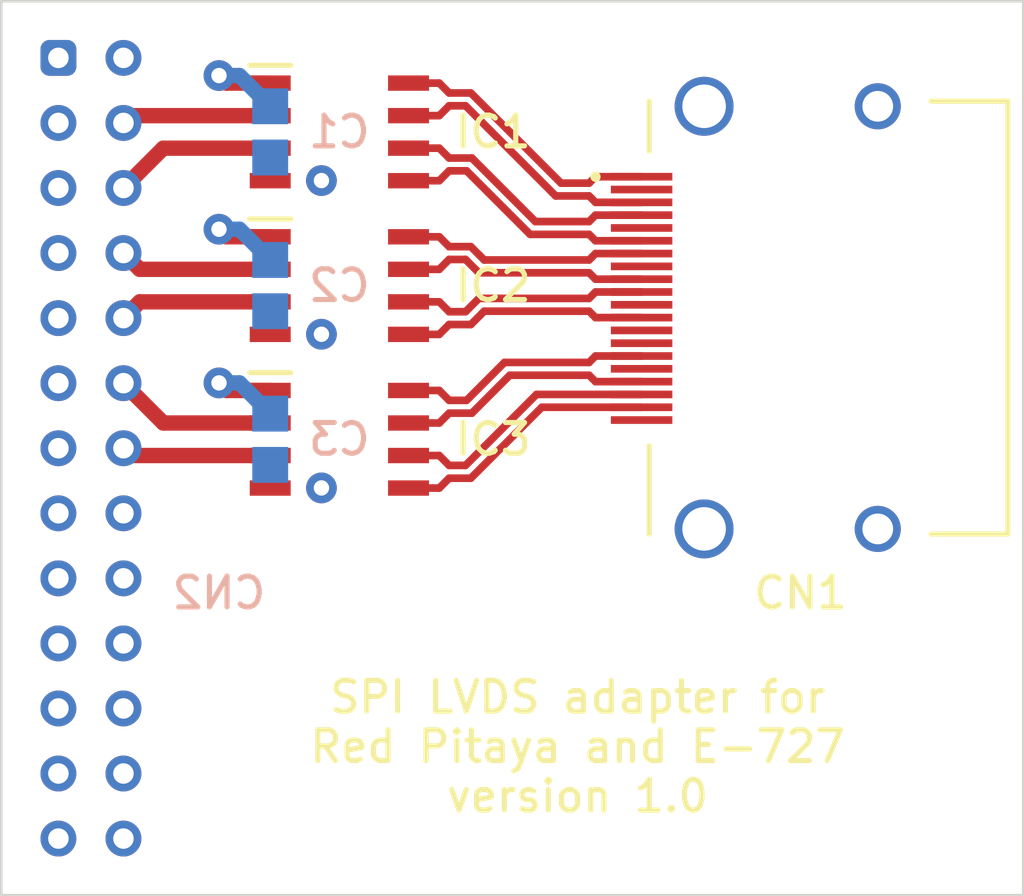
<source format=kicad_pcb>
(kicad_pcb (version 20211014) (generator pcbnew)
  (title_block (comment 4 "AISLER Project ID: MSPPDFRA"))
  (layers (0 "F.Cu" signal) (31 "B.Cu" signal) (34 "B.Paste" user) (35 "F.Paste" user) (36 "B.SilkS" user "B.Silkscreen") (37 "F.SilkS" user "F.Silkscreen") (38 "B.Mask" user) (39 "F.Mask" user) (44 "Edge.Cuts" user))
  (net 0 "")
  (net 1 "MOSI-")
  (net 2 "GND")
  (net 3 "MISO+")
  (net 4 "MISO-")
  (net 5 "SCLK+")
  (net 6 "SCLK-")
  (net 7 "MOSI+")
  (net 8 "DCLK-")
  (net 9 "DCLK+")
  (net 10 "LDAT-")
  (net 11 "LDAT+")
  (net 12 "CS-")
  (net 13 "CS+")
  (net 14 "LDAT")
  (net 15 "CS")
  (net 16 "DCLK")
  (net 17 "MISO")
  (net 18 "MOSI")
  (net 19 "SCLK")
  (net 20 "VCC")
  (footprint "footprints:47272" (layer "F.Cu") (at 153.7 98.25 90)
    (fp_text reference "CN1" (at -10.75 0 180) (layer "F.SilkS") (effects (font (size 1.2 1.2) (thickness 0.2))))
    (fp_text value "" (at 0 0 90) (layer "F.SilkS") (effects (font (size 1.27 1.27))))
    (fp_line (start -8.45 -5.9) (end -5 -5.9) (layer "F.SilkS") (width 0.2))
    (fp_line (start 8.45 8.1) (end 8.45 5.1) (layer "F.SilkS") (width 0.2))
    (fp_line (start 5.6 -8) (end 5.6 -8) (layer "F.SilkS") (width 0.2))
    (fp_line (start 5.4 -8) (end 5.4 -8) (layer "F.SilkS") (width 0.2))
    (fp_line (start -8.45 8.1) (end 8.45 8.1) (layer "F.SilkS") (width 0.2))
    (fp_line (start -8.45 5.1) (end -8.45 8.1) (layer "F.SilkS") (width 0.2))
    (fp_line (start 8.45 -5.9) (end 6.5 -5.9) (layer "F.SilkS") (width 0.2))
    (fp_arc (start 5.6 -8) (mid 5.5 -7.9) (end 5.4 -8) (layer "F.SilkS") (width 0.2))
    (fp_arc (start 5.4 -8) (mid 5.5 -8.1) (end 5.6 -8) (layer "F.SilkS") (width 0.2))
    (pad "" np_thru_hole circle (at 0 3.8 90) (size 1.5 1.5) (drill 1.5) (layers *.Cu *.Mask))
    (pad "1" smd rect (at 5.5 -6.2 90) (size 0.3 2.4) (layers "F.Cu" "F.Paste" "F.Mask") (net 5 "SCLK+"))
    (pad "2" smd rect (at 5 -6.2 90) (size 0.3 2.4) (layers "F.Cu" "F.Paste" "F.Mask") (net 2 "GND"))
    (pad "3" smd rect (at 4.5 -6.2 90) (size 0.3 2.4) (layers "F.Cu" "F.Paste" "F.Mask") (net 6 "SCLK-"))
    (pad "4" smd rect (at 4 -6.2 90) (size 0.3 2.4) (layers "F.Cu" "F.Paste" "F.Mask") (net 7 "MOSI+"))
    (pad "5" smd rect (at 3.5 -6.2 90) (size 0.3 2.4) (layers "F.Cu" "F.Paste" "F.Mask") (net 2 "GND"))
    (pad "6" smd rect (at 3 -6.2 90) (size 0.3 2.4) (layers "F.Cu" "F.Paste" "F.Mask") (net 1 "MOSI-"))
    (pad "7" smd rect (at 2.5 -6.2 90) (size 0.3 2.4) (layers "F.Cu" "F.Paste" "F.Mask") (net 3 "MISO+"))
    (pad "8" smd rect (at 2 -6.2 90) (size 0.3 2.4) (layers "F.Cu" "F.Paste" "F.Mask") (net 2 "GND"))
    (pad "9" smd rect (at 1.5 -6.2 90) (size 0.3 2.4) (layers "F.Cu" "F.Paste" "F.Mask") (net 4 "MISO-"))
    (pad "10" smd rect (at 1 -6.2 90) (size 0.3 2.4) (layers "F.Cu" "F.Paste" "F.Mask") (net 9 "DCLK+"))
    (pad "11" smd rect (at 0.5 -6.2 90) (size 0.3 2.4) (layers "F.Cu" "F.Paste" "F.Mask") (net 2 "GND"))
    (pad "12" smd rect (at 0 -6.2 90) (size 0.3 2.4) (layers "F.Cu" "F.Paste" "F.Mask") (net 8 "DCLK-"))
    (pad "13" smd rect (at -0.5 -6.2 90) (size 0.3 2.4) (layers "F.Cu" "F.Paste" "F.Mask") (net 2 "GND"))
    (pad "14" smd rect (at -1 -6.2 90) (size 0.3 2.4) (layers "F.Cu" "F.Paste" "F.Mask") (net 2 "GND"))
    (pad "15" smd rect (at -1.5 -6.2 90) (size 0.3 2.4) (layers "F.Cu" "F.Paste" "F.Mask") (net 13 "CS+"))
    (pad "16" smd rect (at -2 -6.2 90) (size 0.3 2.4) (layers "F.Cu" "F.Paste" "F.Mask") (net 2 "GND"))
    (pad "17" smd rect (at -2.5 -6.2 90) (size 0.3 2.4) (layers "F.Cu" "F.Paste" "F.Mask") (net 12 "CS-"))
    (pad "18" smd rect (at -3 -6.2 90) (size 0.3 2.4) (layers "F.Cu" "F.Paste" "F.Mask") (net 11 "LDAT+"))
    (pad "19" smd rect (at -3.5 -6.2 90) (size 0.3 2.4) (layers "F.Cu" "F.Paste" "F.Mask") (net 10 "LDAT-"))
    (pad "20" smd rect (at -4 -6.2 90) (size 0.3 2.4) (layers "F.Cu" "F.Paste" "F.Mask"))
    (pad "MH1" thru_hole circle (at -8.25 -3.76 90) (size 2.3 2.3) (drill 1.7) (layers *.Cu *.Mask))
    (pad "MH2" thru_hole circle (at -8.25 3.02 90) (size 1.8 1.8) (drill 1.2) (layers *.Cu *.Mask))
    (pad "MH3" thru_hole circle (at 8.25 3.02 90) (size 1.8 1.8) (drill 1.2) (layers *.Cu *.Mask))
    (pad "MH4" thru_hole circle (at 8.25 -3.76 90) (size 2.3 2.3) (drill 1.7) (layers *.Cu *.Mask))
  )
  (footprint "footprints:SOIC8" (layer "F.Cu") (at 135.7 97)
    (fp_text reference "IC2" (at 6 0) (layer "F.SilkS") (effects (font (size 1.2 1.2) (thickness 0.2))))
    (fp_text value "" (at 0 0) (layer "F.SilkS") (effects (font (size 1.27 1.27))))
    (fp_line (start -3.5 -2.6) (end -1.9 -2.6) (layer "F.SilkS") (width 0.2))
    (pad "1" smd rect locked (at -2.7 -1.905 90) (size 0.6 1.6) (layers "F.Cu" "F.Paste" "F.Mask") (net 20 "VCC"))
    (pad "2" smd rect locked (at -2.7 -0.635 90) (size 0.6 1.6) (layers "F.Cu" "F.Paste" "F.Mask") (net 17 "MISO"))
    (pad "3" smd rect locked (at -2.7 0.635 90) (size 0.6 1.6) (layers "F.Cu" "F.Paste" "F.Mask") (net 16 "DCLK"))
    (pad "4" smd rect locked (at -2.7 1.905 90) (size 0.6 1.6) (layers "F.Cu" "F.Paste" "F.Mask") (net 2 "GND"))
    (pad "5" smd rect locked (at 2.7 1.905 90) (size 0.6 1.6) (layers "F.Cu" "F.Paste" "F.Mask") (net 8 "DCLK-"))
    (pad "6" smd rect locked (at 2.7 0.635 90) (size 0.6 1.6) (layers "F.Cu" "F.Paste" "F.Mask") (net 9 "DCLK+"))
    (pad "7" smd rect locked (at 2.7 -0.635 90) (size 0.6 1.6) (layers "F.Cu" "F.Paste" "F.Mask") (net 4 "MISO-"))
    (pad "8" smd rect locked (at 2.7 -1.905 90) (size 0.6 1.6) (layers "F.Cu" "F.Paste" "F.Mask") (net 3 "MISO+"))
  )
  (footprint "footprints:SOIC8" (layer "F.Cu") (at 135.7 91)
    (fp_text reference "IC1" (at 6 0) (layer "F.SilkS") (effects (font (size 1.2 1.2) (thickness 0.2))))
    (fp_text value "" (at 0 0) (layer "F.SilkS") (effects (font (size 1.27 1.27))))
    (fp_line (start -3.5 -2.6) (end -1.9 -2.6) (layer "F.SilkS") (width 0.2))
    (pad "1" smd rect locked (at -2.7 -1.905 90) (size 0.6 1.6) (layers "F.Cu" "F.Paste" "F.Mask") (net 20 "VCC"))
    (pad "2" smd rect locked (at -2.7 -0.635 90) (size 0.6 1.6) (layers "F.Cu" "F.Paste" "F.Mask") (net 19 "SCLK"))
    (pad "3" smd rect locked (at -2.7 0.635 90) (size 0.6 1.6) (layers "F.Cu" "F.Paste" "F.Mask") (net 18 "MOSI"))
    (pad "4" smd rect locked (at -2.7 1.905 90) (size 0.6 1.6) (layers "F.Cu" "F.Paste" "F.Mask") (net 2 "GND"))
    (pad "5" smd rect locked (at 2.7 1.905 90) (size 0.6 1.6) (layers "F.Cu" "F.Paste" "F.Mask") (net 1 "MOSI-"))
    (pad "6" smd rect locked (at 2.7 0.635 90) (size 0.6 1.6) (layers "F.Cu" "F.Paste" "F.Mask") (net 7 "MOSI+"))
    (pad "7" smd rect locked (at 2.7 -0.635 90) (size 0.6 1.6) (layers "F.Cu" "F.Paste" "F.Mask") (net 6 "SCLK-"))
    (pad "8" smd rect locked (at 2.7 -1.905 90) (size 0.6 1.6) (layers "F.Cu" "F.Paste" "F.Mask") (net 5 "SCLK+"))
  )
  (footprint "footprints:SOIC8" (layer "F.Cu") (at 135.7 103)
    (fp_text reference "IC3" (at 6 0) (layer "F.SilkS") (effects (font (size 1.2 1.2) (thickness 0.2))))
    (fp_text value "" (at 0 0) (layer "F.SilkS") (effects (font (size 1.27 1.27))))
    (fp_line (start -3.5 -2.6) (end -1.9 -2.6) (layer "F.SilkS") (width 0.2))
    (pad "1" smd rect locked (at -2.7 -1.905 90) (size 0.6 1.6) (layers "F.Cu" "F.Paste" "F.Mask") (net 20 "VCC"))
    (pad "2" smd rect locked (at -2.7 -0.635 90) (size 0.6 1.6) (layers "F.Cu" "F.Paste" "F.Mask") (net 15 "CS"))
    (pad "3" smd rect locked (at -2.7 0.635 90) (size 0.6 1.6) (layers "F.Cu" "F.Paste" "F.Mask") (net 14 "LDAT"))
    (pad "4" smd rect locked (at -2.7 1.905 90) (size 0.6 1.6) (layers "F.Cu" "F.Paste" "F.Mask") (net 2 "GND"))
    (pad "5" smd rect locked (at 2.7 1.905 90) (size 0.6 1.6) (layers "F.Cu" "F.Paste" "F.Mask") (net 10 "LDAT-"))
    (pad "6" smd rect locked (at 2.7 0.635 90) (size 0.6 1.6) (layers "F.Cu" "F.Paste" "F.Mask") (net 11 "LDAT+"))
    (pad "7" smd rect locked (at 2.7 -0.635 90) (size 0.6 1.6) (layers "F.Cu" "F.Paste" "F.Mask") (net 12 "CS-"))
    (pad "8" smd rect locked (at 2.7 -1.905 90) (size 0.6 1.6) (layers "F.Cu" "F.Paste" "F.Mask") (net 13 "CS+"))
  )
  (footprint "footprints:0805" (layer "B.Cu") (at 133 103 -90)
    (fp_text reference "C3" (at 0 -2.7 180) (layer "B.SilkS") (effects (font (size 1.2 1.2) (thickness 0.2)) (justify mirror)))
    (fp_text value "" (at 0 0 90) (layer "B.SilkS") (effects (font (size 1.27 1.27)) (justify mirror)))
    (pad "1" smd rect locked (at -1 0 270) (size 1.4 1.4) (layers "B.Cu" "B.Paste" "B.Mask") (net 20 "VCC"))
    (pad "2" smd rect locked (at 1 0 270) (size 1.4 1.4) (layers "B.Cu" "B.Paste" "B.Mask") (net 2 "GND"))
  )
  (footprint "footprints:0805" (layer "B.Cu") (at 133 91 -90)
    (fp_text reference "C1" (at 0 -2.7 180) (layer "B.SilkS") (effects (font (size 1.2 1.2) (thickness 0.2)) (justify mirror)))
    (fp_text value "" (at 0 0 90) (layer "B.SilkS") (effects (font (size 1.27 1.27)) (justify mirror)))
    (pad "1" smd rect locked (at -1 0 270) (size 1.4 1.4) (layers "B.Cu" "B.Paste" "B.Mask") (net 20 "VCC"))
    (pad "2" smd rect locked (at 1 0 270) (size 1.4 1.4) (layers "B.Cu" "B.Paste" "B.Mask") (net 2 "GND"))
  )
  (footprint "footprints:2x13" (layer "B.Cu") (at 124.73 88.11 90)
    (fp_text reference "CN2" (at -20.89 6.27) (layer "B.SilkS") (effects (font (size 1.2 1.2) (thickness 0.2)) (justify mirror)))
    (fp_text value "" (at 0 0 270) (layer "B.SilkS") (effects (font (size 1.27 1.27)) (justify mirror)))
    (pad "1" thru_hole roundrect locked (at 0 0 90) (size 1.4 1.4) (drill 0.8) (layers *.Cu *.Mask) (net 20 "VCC"))
    (pad "2" thru_hole circle locked (at 0 2.54 90) (size 1.4 1.4) (drill 0.8) (layers *.Cu *.Mask) (net 20 "VCC"))
    (pad "3" thru_hole circle locked (at -2.54 0 90) (size 1.4 1.4) (drill 0.8) (layers *.Cu *.Mask))
    (pad "4" thru_hole circle locked (at -2.54 2.54 90) (size 1.4 1.4) (drill 0.8) (layers *.Cu *.Mask) (net 19 "SCLK"))
    (pad "5" thru_hole circle locked (at -5.08 0 90) (size 1.4 1.4) (drill 0.8) (layers *.Cu *.Mask))
    (pad "6" thru_hole circle locked (at -5.08 2.54 90) (size 1.4 1.4) (drill 0.8) (layers *.Cu *.Mask) (net 18 "MOSI"))
    (pad "7" thru_hole circle locked (at -7.62 0 90) (size 1.4 1.4) (drill 0.8) (layers *.Cu *.Mask))
    (pad "8" thru_hole circle locked (at -7.62 2.54 90) (size 1.4 1.4) (drill 0.8) (layers *.Cu *.Mask) (net 17 "MISO"))
    (pad "9" thru_hole circle locked (at -10.16 0 90) (size 1.4 1.4) (drill 0.8) (layers *.Cu *.Mask))
    (pad "10" thru_hole circle locked (at -10.16 2.54 90) (size 1.4 1.4) (drill 0.8) (layers *.Cu *.Mask) (net 16 "DCLK"))
    (pad "11" thru_hole circle locked (at -12.7 0 90) (size 1.4 1.4) (drill 0.8) (layers *.Cu *.Mask))
    (pad "12" thru_hole circle locked (at -12.7 2.54 90) (size 1.4 1.4) (drill 0.8) (layers *.Cu *.Mask) (net 15 "CS"))
    (pad "13" thru_hole circle locked (at -15.24 0 90) (size 1.4 1.4) (drill 0.8) (layers *.Cu *.Mask))
    (pad "14" thru_hole circle locked (at -15.24 2.54 90) (size 1.4 1.4) (drill 0.8) (layers *.Cu *.Mask) (net 14 "LDAT"))
    (pad "15" thru_hole circle locked (at -17.78 0 90) (size 1.4 1.4) (drill 0.8) (layers *.Cu *.Mask))
    (pad "16" thru_hole circle locked (at -17.78 2.54 90) (size 1.4 1.4) (drill 0.8) (layers *.Cu *.Mask))
    (pad "17" thru_hole circle locked (at -20.32 0 90) (size 1.4 1.4) (drill 0.8) (layers *.Cu *.Mask))
    (pad "18" thru_hole circle locked (at -20.32 2.54 90) (size 1.4 1.4) (drill 0.8) (layers *.Cu *.Mask))
    (pad "19" thru_hole circle locked (at -22.86 0 90) (size 1.4 1.4) (drill 0.8) (layers *.Cu *.Mask))
    (pad "20" thru_hole circle locked (at -22.86 2.54 90) (size 1.4 1.4) (drill 0.8) (layers *.Cu *.Mask))
    (pad "21" thru_hole circle locked (at -25.4 0 90) (size 1.4 1.4) (drill 0.8) (layers *.Cu *.Mask))
    (pad "22" thru_hole circle locked (at -25.4 2.54 90) (size 1.4 1.4) (drill 0.8) (layers *.Cu *.Mask))
    (pad "23" thru_hole circle locked (at -27.94 0 90) (size 1.4 1.4) (drill 0.8) (layers *.Cu *.Mask))
    (pad "24" thru_hole circle locked (at -27.94 2.54 90) (size 1.4 1.4) (drill 0.8) (layers *.Cu *.Mask))
    (pad "25" thru_hole circle locked (at -30.48 0 90) (size 1.4 1.4) (drill 0.8) (layers *.Cu *.Mask) (net 2 "GND"))
    (pad "26" thru_hole circle locked (at -30.48 2.54 90) (size 1.4 1.4) (drill 0.8) (layers *.Cu *.Mask) (net 2 "GND"))
  )
  (footprint "footprints:0805" (layer "B.Cu") (at 133 97 -90)
    (fp_text reference "C2" (at 0 -2.7 180) (layer "B.SilkS") (effects (font (size 1.2 1.2) (thickness 0.2)) (justify mirror)))
    (fp_text value "" (at 0 0 90) (layer "B.SilkS") (effects (font (size 1.27 1.27)) (justify mirror)))
    (pad "1" smd rect locked (at -1 0 270) (size 1.4 1.4) (layers "B.Cu" "B.Paste" "B.Mask") (net 20 "VCC"))
    (pad "2" smd rect locked (at 1 0 270) (size 1.4 1.4) (layers "B.Cu" "B.Paste" "B.Mask") (net 2 "GND"))
  )
  (gr_rect (start 122.5 85.9) (end 162.4 120.8) (layer "Edge.Cuts") (width 0.1) (fill none))
  (gr_text "SPI LVDS adapter for\nRed Pitaya and E-727\nversion 1.0" (at 145 115) (layer "F.SilkS") (effects (font (size 1.2 1.2) (thickness 0.2))))
  (segment (start 139.600001 92.905) (end 139.985001 92.52) (width 0.3) (layer "F.Cu") (net 1))
  (segment (start 140.666446 92.52) (end 143.146446 95) (width 0.3) (layer "F.Cu") (net 1))
  (segment (start 138.4 92.905) (end 139.600001 92.905) (width 0.3) (layer "F.Cu") (net 1))
  (segment (start 139.985001 92.52) (end 140.666446 92.52) (width 0.3) (layer "F.Cu") (net 1))
  (segment (start 145.449999 95) (end 145.699999 95.25) (width 0.3) (layer "F.Cu") (net 1))
  (segment (start 145.699999 95.25) (end 147.5 95.25) (width 0.3) (layer "F.Cu") (net 1))
  (segment (start 143.146446 95) (end 145.449999 95) (width 0.3) (layer "F.Cu") (net 1))
  (segment (start 134.695 92.905) (end 134.7 92.9) (width 0.6) (layer "F.Cu") (net 2))
  (via (at 135 104.9) (size 1.2) (drill 0.6) (layers "F.Cu" "B.Cu") (net 2))
  (via (at 135 92.9) (size 1.2) (drill 0.6) (layers "F.Cu" "B.Cu") (net 2))
  (via (at 135 98.9) (size 1.2) (drill 0.6) (layers "F.Cu" "B.Cu") (net 2))
  (segment (start 145.449999 96) (end 145.699999 95.75) (width 0.3) (layer "F.Cu") (net 3))
  (segment (start 139.985001 95.48) (end 140.833554 95.48) (width 0.3) (layer "F.Cu") (net 3))
  (segment (start 139.600001 95.095) (end 139.985001 95.48) (width 0.3) (layer "F.Cu") (net 3))
  (segment (start 138.4 95.095) (end 139.600001 95.095) (width 0.3) (layer "F.Cu") (net 3))
  (segment (start 141.353554 96) (end 145.449999 96) (width 0.3) (layer "F.Cu") (net 3))
  (segment (start 145.699999 95.75) (end 147.5 95.75) (width 0.3) (layer "F.Cu") (net 3))
  (segment (start 140.833554 95.48) (end 141.353554 96) (width 0.3) (layer "F.Cu") (net 3))
  (segment (start 138.4 96.365) (end 139.600001 96.365) (width 0.3) (layer "F.Cu") (net 4))
  (segment (start 139.600001 96.365) (end 139.985001 95.98) (width 0.3) (layer "F.Cu") (net 4))
  (segment (start 140.626446 95.98) (end 141.146446 96.5) (width 0.3) (layer "F.Cu") (net 4))
  (segment (start 139.985001 95.98) (end 140.626446 95.98) (width 0.3) (layer "F.Cu") (net 4))
  (segment (start 145.699999 96.75) (end 147.5 96.75) (width 0.3) (layer "F.Cu") (net 4))
  (segment (start 141.146446 96.5) (end 145.449999 96.5) (width 0.3) (layer "F.Cu") (net 4))
  (segment (start 145.449999 96.5) (end 145.699999 96.75) (width 0.3) (layer "F.Cu") (net 4))
  (segment (start 139.985001 89.48) (end 140.833554 89.48) (width 0.3) (layer "F.Cu") (net 5))
  (segment (start 140.833554 89.48) (end 144.353554 93) (width 0.3) (layer "F.Cu") (net 5))
  (segment (start 138.4 89.095) (end 139.600001 89.095) (width 0.3) (layer "F.Cu") (net 5))
  (segment (start 145.699999 92.75) (end 147.5 92.75) (width 0.3) (layer "F.Cu") (net 5))
  (segment (start 144.353554 93) (end 145.449999 93) (width 0.3) (layer "F.Cu") (net 5))
  (segment (start 139.600001 89.095) (end 139.985001 89.48) (width 0.3) (layer "F.Cu") (net 5))
  (segment (start 145.449999 93) (end 145.699999 92.75) (width 0.3) (layer "F.Cu") (net 5))
  (segment (start 138.4 90.365) (end 139.600001 90.365) (width 0.3) (layer "F.Cu") (net 6))
  (segment (start 145.699999 93.75) (end 147.5 93.75) (width 0.3) (layer "F.Cu") (net 6))
  (segment (start 139.600001 90.365) (end 139.985001 89.98) (width 0.3) (layer "F.Cu") (net 6))
  (segment (start 145.449999 93.5) (end 145.699999 93.75) (width 0.3) (layer "F.Cu") (net 6))
  (segment (start 139.985001 89.98) (end 140.626446 89.98) (width 0.3) (layer "F.Cu") (net 6))
  (segment (start 140.626446 89.98) (end 144.146446 93.5) (width 0.3) (layer "F.Cu") (net 6))
  (segment (start 144.146446 93.5) (end 145.449999 93.5) (width 0.3) (layer "F.Cu") (net 6))
  (segment (start 139.600001 91.635) (end 139.985001 92.02) (width 0.3) (layer "F.Cu") (net 7))
  (segment (start 145.449999 94.5) (end 145.699999 94.25) (width 0.3) (layer "F.Cu") (net 7))
  (segment (start 139.985001 92.02) (end 140.873554 92.02) (width 0.3) (layer "F.Cu") (net 7))
  (segment (start 145.699999 94.25) (end 147.5 94.25) (width 0.3) (layer "F.Cu") (net 7))
  (segment (start 143.353554 94.5) (end 145.449999 94.5) (width 0.3) (layer "F.Cu") (net 7))
  (segment (start 138.4 91.635) (end 139.600001 91.635) (width 0.3) (layer "F.Cu") (net 7))
  (segment (start 140.873554 92.02) (end 143.353554 94.5) (width 0.3) (layer "F.Cu") (net 7))
  (segment (start 141.353554 98) (end 145.449999 98) (width 0.3) (layer "F.Cu") (net 8))
  (segment (start 138.4 98.905) (end 139.600001 98.905) (width 0.3) (layer "F.Cu") (net 8))
  (segment (start 145.699999 98.25) (end 147.5 98.25) (width 0.3) (layer "F.Cu") (net 8))
  (segment (start 145.449999 98) (end 145.699999 98.25) (width 0.3) (layer "F.Cu") (net 8))
  (segment (start 140.833554 98.52) (end 141.353554 98) (width 0.3) (layer "F.Cu") (net 8))
  (segment (start 139.985001 98.52) (end 140.833554 98.52) (width 0.3) (layer "F.Cu") (net 8))
  (segment (start 139.600001 98.905) (end 139.985001 98.52) (width 0.3) (layer "F.Cu") (net 8))
  (segment (start 145.449999 97.5) (end 145.699999 97.25) (width 0.3) (layer "F.Cu") (net 9))
  (segment (start 140.626446 98.02) (end 141.146446 97.5) (width 0.3) (layer "F.Cu") (net 9))
  (segment (start 141.146446 97.5) (end 145.449999 97.5) (width 0.3) (layer "F.Cu") (net 9))
  (segment (start 138.4 97.635) (end 139.600001 97.635) (width 0.3) (layer "F.Cu") (net 9))
  (segment (start 145.699999 97.25) (end 147.5 97.25) (width 0.3) (layer "F.Cu") (net 9))
  (segment (start 139.985001 98.02) (end 140.626446 98.02) (width 0.3) (layer "F.Cu") (net 9))
  (segment (start 139.600001 97.635) (end 139.985001 98.02) (width 0.3) (layer "F.Cu") (net 9))
  (segment (start 138.4 104.905) (end 139.600001 104.905) (width 0.3) (layer "F.Cu") (net 10))
  (segment (start 143.603554 101.75) (end 147.5 101.75) (width 0.3) (layer "F.Cu") (net 10))
  (segment (start 139.985001 104.52) (end 140.833554 104.52) (width 0.3) (layer "F.Cu") (net 10))
  (segment (start 140.833554 104.52) (end 143.603554 101.75) (width 0.3) (layer "F.Cu") (net 10))
  (segment (start 139.600001 104.905) (end 139.985001 104.52) (width 0.3) (layer "F.Cu") (net 10))
  (segment (start 143.396446 101.25) (end 147.5 101.25) (width 0.3) (layer "F.Cu") (net 11))
  (segment (start 138.4 103.635) (end 139.600001 103.635) (width 0.3) (layer "F.Cu") (net 11))
  (segment (start 139.985001 104.02) (end 140.626446 104.02) (width 0.3) (layer "F.Cu") (net 11))
  (segment (start 139.600001 103.635) (end 139.985001 104.02) (width 0.3) (layer "F.Cu") (net 11))
  (segment (start 140.626446 104.02) (end 143.396446 101.25) (width 0.3) (layer "F.Cu") (net 11))
  (segment (start 140.873554 101.98) (end 142.353554 100.5) (width 0.3) (layer "F.Cu") (net 12))
  (segment (start 139.985001 101.98) (end 140.873554 101.98) (width 0.3) (layer "F.Cu") (net 12))
  (segment (start 142.353554 100.5) (end 145.449999 100.5) (width 0.3) (layer "F.Cu") (net 12))
  (segment (start 138.4 102.365) (end 139.600001 102.365) (width 0.3) (layer "F.Cu") (net 12))
  (segment (start 139.600001 102.365) (end 139.985001 101.98) (width 0.3) (layer "F.Cu") (net 12))
  (segment (start 145.449999 100.5) (end 145.699999 100.75) (width 0.3) (layer "F.Cu") (net 12))
  (segment (start 145.699999 100.75) (end 147.5 100.75) (width 0.3) (layer "F.Cu") (net 12))
  (segment (start 145.699999 99.75) (end 147.5 99.75) (width 0.3) (layer "F.Cu") (net 13))
  (segment (start 142.146446 100) (end 145.449999 100) (width 0.3) (layer "F.Cu") (net 13))
  (segment (start 139.985001 101.48) (end 140.666446 101.48) (width 0.3) (layer "F.Cu") (net 13))
  (segment (start 145.449999 100) (end 145.699999 99.75) (width 0.3) (layer "F.Cu") (net 13))
  (segment (start 140.666446 101.48) (end 142.146446 100) (width 0.3) (layer "F.Cu") (net 13))
  (segment (start 138.4 101.095) (end 139.600001 101.095) (width 0.3) (layer "F.Cu") (net 13))
  (segment (start 139.600001 101.095) (end 139.985001 101.48) (width 0.3) (layer "F.Cu") (net 13))
  (segment (start 133 103.635) (end 127.555 103.635) (width 0.6) (layer "F.Cu") (net 14))
  (segment (start 127.555 103.635) (end 127.27 103.35) (width 0.6) (layer "F.Cu") (net 14))
  (segment (start 133 102.365) (end 128.825 102.365) (width 0.6) (layer "F.Cu") (net 15))
  (segment (start 128.825 102.365) (end 127.27 100.81) (width 0.6) (layer "F.Cu") (net 15))
  (segment (start 133 97.635) (end 127.905 97.635) (width 0.6) (layer "F.Cu") (net 16))
  (segment (start 127.905 97.635) (end 127.27 98.27) (width 0.6) (layer "F.Cu") (net 16))
  (segment (start 127.905 96.365) (end 127.27 95.73) (width 0.6) (layer "F.Cu") (net 17))
  (segment (start 133 96.365) (end 127.905 96.365) (width 0.6) (layer "F.Cu") (net 17))
  (segment (start 128.825 91.635) (end 127.27 93.19) (width 0.6) (layer "F.Cu") (net 18))
  (segment (start 133 91.635) (end 128.825 91.635) (width 0.6) (layer "F.Cu") (net 18))
  (segment (start 127.555 90.365) (end 127.27 90.65) (width 0.6) (layer "F.Cu") (net 19))
  (segment (start 133 90.365) (end 127.555 90.365) (width 0.6) (layer "F.Cu") (net 19))
  (segment (start 131.295 89.095) (end 131 88.8) (width 0.6) (layer "F.Cu") (net 20))
  (segment (start 133 89.095) (end 131.295 89.095) (width 0.6) (layer "F.Cu") (net 20))
  (segment (start 133 95.095) (end 131.295 95.095) (width 0.6) (layer "F.Cu") (net 20))
  (segment (start 131.295 101.095) (end 131 100.8) (width 0.6) (layer "F.Cu") (net 20))
  (segment (start 131.295 95.095) (end 131 94.8) (width 0.6) (layer "F.Cu") (net 20))
  (segment (start 133 101.095) (end 131.295 101.095) (width 0.6) (layer "F.Cu") (net 20))
  (via (at 131 100.8) (size 1.2) (drill 0.6) (layers "F.Cu" "B.Cu") (net 20))
  (via (at 131 94.8) (size 1.2) (drill 0.6) (layers "F.Cu" "B.Cu") (net 20))
  (via (at 131 88.8) (size 1.2) (drill 0.6) (layers "F.Cu" "B.Cu") (net 20))
  (segment (start 131 100.8) (end 131.8 100.8) (width 0.6) (layer "B.Cu") (net 20))
  (segment (start 131.8 88.8) (end 133 90) (width 0.6) (layer "B.Cu") (net 20))
  (segment (start 131.8 94.8) (end 133 96) (width 0.6) (layer "B.Cu") (net 20))
  (segment (start 131 88.8) (end 131.8 88.8) (width 0.6) (layer "B.Cu") (net 20))
  (segment (start 131.8 100.8) (end 133 102) (width 0.6) (layer "B.Cu") (net 20))
  (segment (start 131 94.8) (end 131.8 94.8) (width 0.6) (layer "B.Cu") (net 20))
)
</source>
